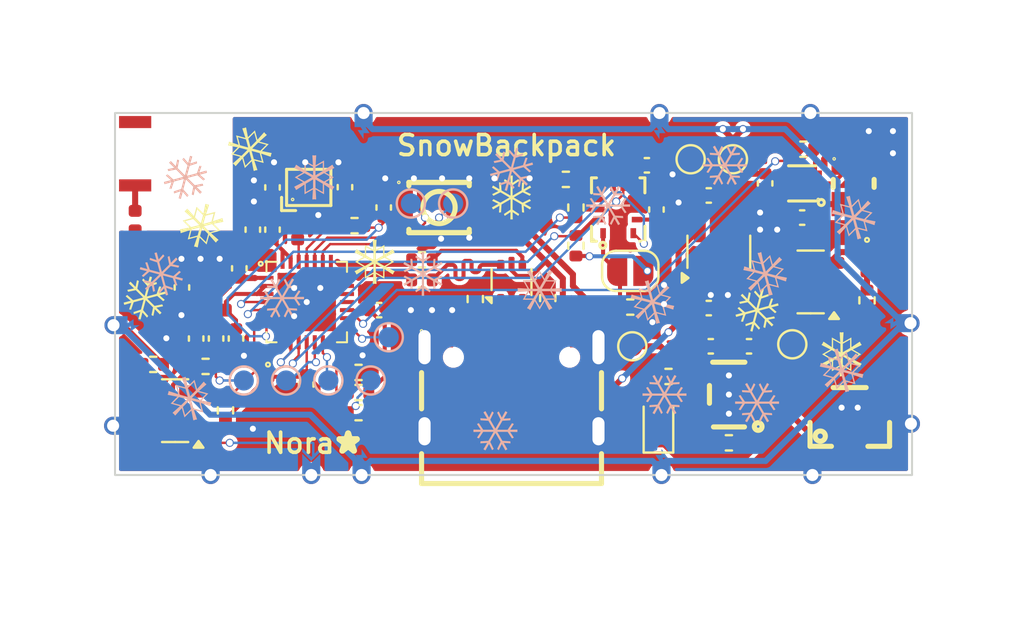
<source format=kicad_pcb>
(kicad_pcb (version 20241229) (generator "pcbnew") (generator_version "9.0")
  (layers (0 "F.Cu" signal) (2 "B.Cu" signal) (13 "F.Paste" user) (15 "B.Paste" user) (5 "F.SilkS" user "F.Silkscreen") (7 "B.SilkS" user "B.Silkscreen") (1 "F.Mask" user) (3 "B.Mask" user) (25 "Edge.Cuts" user))
  (net 0 "")
  (net 1 "XTAL_N")
  (net 2 "RGB")
  (net 3 "VDD33")
  (net 4 "SDO")
  (net 5 "Net-(C9-Pad1)")
  (net 6 "CC2")
  (net 7 "Net-(AE1-PCB_Trace)")
  (net 8 "CHIP_EN")
  (net 10 "CC1")
  (net 11 "GPIO9")
  (net 12 "VIN")
  (net 14 "Net-(C1-Pad1)")
  (net 15 "Net-(D1-A)")
  (net 16 "Net-(U1-U0RXD)")
  (net 18 "GPIO2")
  (net 19 "GND")
  (net 20 "XTAL_P")
  (net 21 "Net-(U1-GPIO19)")
  (net 22 "ANT")
  (net 23 "VDD5")
  (net 24 "VBAT")
  (net 25 "Net-(U3-SW)")
  (net 26 "Net-(U1-GPIO18)")
  (net 28 "Net-(D1-K)")
  (net 29 "Net-(F1-Pad2)")
  (net 30 "SDA")
  (net 31 "Net-(U5-PROG)")
  (net 32 "VCCUSB")
  (net 33 "GPIO8")
  (net 34 "Net-(U1-U0TXD)")
  (net 35 "5VEN")
  (net 36 "Net-(U1-MTCK)")
  (net 38 "Net-(U1-MTDO)")
  (net 39 "SCL")
  (net 40 "INT1")
  (net 41 "INT2")
  (net 43 "Net-(U8-CS)")
  (net 44 "VCCUSBC")
  (net 47 "Net-(C13-Pad2)")
  (net 48 "Net-(JP1-B)")
  (net 52 "USBD+")
  (net 53 "USBD-")
  (net 54 "USBCD+")
  (net 55 "USBCD-")
  (footprint "Resistor_SMD:R_0402_1005Metric" (layer "F.Cu") (at 89.35 89.3 180)
    (property "Reference" "R8" (hide yes))
    (property "Value" "0")
  )
  (footprint "Resistor_SMD:R_0402_1005Metric" (layer "F.Cu") (at 92 91.25 90)
    (property "Reference" "R11" (hide yes))
    (property "Value" "5.1k")
  )
  (footprint "Jumper:SolderJumper-2_P1.3mm_Open_RoundedPad1.0x1.5mm" (layer "F.Cu") (at 99.7 89.85 180)
    (property "Reference" "JP2" (hide yes))
    (property "Value" "SolderJumper_2_Open")
  )
  (footprint "Custom:TSOT-23-5_L2.9-W1.6-P0.95-LS2.8-BR" (layer "F.Cu") (at 104.6 96)
    (property "Reference" "U5" (hide yes))
    (property "Value" "TP4054_C668215")
  )
  (footprint "Capacitor_SMD:C_0402_1005Metric" (layer "F.Cu") (at 81.924994 87.8 90)
    (property "Reference" "C4" (hide yes))
    (property "Value" "1u")
  )
  (footprint "Capacitor_SMD:C_0402_1005Metric" (layer "F.Cu") (at 103.599999 86.1 180)
    (property "Reference" "C19" (hide yes))
    (property "Value" "1u")
  )
  (footprint "Fuse:Fuse_0402_1005Metric" (layer "F.Cu") (at 93.8 87.55)
    (property "Reference" "F2" (hide yes))
    (property "Value" "2A")
  )
  (footprint "Capacitor_SMD:C_0402_1005Metric" (layer "F.Cu") (at 80.111517 93.214213 -90)
    (property "Reference" "C9" (hide yes))
    (property "Value" "1u")
  )
  (footprint "Inductor_SMD:L_0402_1005Metric" (layer "F.Cu") (at 83.174994 87.8 -90)
    (property "Reference" "L1" (hide yes))
    (property "Value" "24n")
  )
  (footprint "Resistor_SMD:R_0402_1005Metric" (layer "F.Cu") (at 76 94.5 180)
    (property "Reference" "R3" (hide yes))
    (property "Value" "10k")
  )
  (footprint "Resistor_SMD:R_0402_1005Metric" (layer "F.Cu") (at 78.6 94.6 180)
    (property "Reference" "R7" (hide yes))
    (property "Value" "10k")
  )
  (footprint "Custom:flake1" (layer "F.Cu") (at 93.8 86.2)
    (property "Reference" "G***" (hide yes))
    (property "Value" "LOGO" (hide yes))
  )
  (footprint "Resistor_SMD:R_0402_1005Metric" (layer "F.Cu") (at 104.6 98.4)
    (property "Reference" "R4" (hide yes))
    (property "Value" "5k")
  )
  (footprint "Capacitor_SMD:C_0402_1005Metric" (layer "F.Cu") (at 80.946378 87.8 90)
    (property "Reference" "C3" (hide yes))
    (property "Value" "10n")
  )
  (footprint "Custom:flake2" (layer "F.Cu") (at 78.4 87.6 45)
    (property "Reference" "G***" (hide yes))
    (property "Value" "LOGO" (hide yes))
  )
  (footprint "Resistor_SMD:R_0402_1005Metric" (layer "F.Cu") (at 79.587495 96.787499 90)
    (property "Reference" "R2" (hide yes))
    (property "Value" "10k")
  )
  (footprint "Resistor_SMD:R_0402_1005Metric" (layer "F.Cu") (at 86.2 94.9)
    (property "Reference" "R14" (hide yes))
    (property "Value" "10k")
  )
  (footprint "Custom:flake1" (layer "F.Cu") (at 75.6 91.2 -135)
    (property "Reference" "G***" (hide yes))
    (property "Value" "LOGO" (hide yes))
  )
  (footprint "Fuse:Fuse_0402_1005Metric" (layer "F.Cu") (at 107.6 96 -90)
    (property "Reference" "F1" (hide yes))
    (property "Value" "1A")
  )
  (footprint "Resistor_SMD:R_0402_1005Metric" (layer "F.Cu") (at 86.2 96.899998)
    (property "Reference" "R12" (hide yes))
    (property "Value" "10k")
  )
  (footprint "Resistor_SMD:R_0402_1005Metric" (layer "F.Cu") (at 97 86.700127 -90)
    (property "Reference" "R17" (hide yes))
    (property "Value" "10k")
  )
  (footprint "Diode_SMD:D_0402_1005Metric" (layer "F.Cu") (at 111.4625 89.4 -90)
    (property "Reference" "D4" (hide yes))
    (property "Value" "D_Schottky")
  )
  (footprint "Package_TO_SOT_SMD:SOT-23" (layer "F.Cu") (at 108.6625 90.4 180)
    (property "Reference" "Q2" (hide yes))
    (property "Value" "IRLML6401")
  )
  (footprint "Inductor_SMD:L_0402_1005Metric" (layer "F.Cu") (at 75.1 87.35 -90)
    (property "Reference" "L5" (hide yes))
    (property "Value" "8.2n")
  )
  (footprint "Capacitor_SMD:C_0402_1005Metric" (layer "F.Cu") (at 87.45 86.7 90)
    (property "Reference" "C2" (hide yes))
    (property "Value" "1u")
  )
  (footprint "Capacitor_SMD:C_0402_1005Metric" (layer "F.Cu") (at 80.274994 89.725 -90)
    (property "Reference" "C12" (hide yes))
    (property "Value" "1.8p")
  )
  (footprint "Capacitor_SMD:C_0402_1005Metric" (layer "F.Cu") (at 103.7 93.600001 180)
    (property "Reference" "C16" (hide yes))
    (property "Value" "10u")
  )
  (footprint "Inductor_SMD:L_0402_1005Metric" (layer "F.Cu") (at 78.838724 90.225)
    (property "Reference" "L3" (hide yes))
    (property "Value" "2.7n")
  )
  (footprint "Package_TO_SOT_SMD:SOT-666" (layer "F.Cu") (at 93.8 90.4 90)
    (property "Reference" "U2" (hide yes))
    (property "Value" "USBLC6-2P6")
  )
  (footprint "Resistor_SMD:R_0402_1005Metric" (layer "F.Cu") (at 108.300001 83.8)
    (property "Reference" "R15" (hide yes))
    (property "Value" "10k")
  )
  (footprint "Capacitor_SMD:C_0402_1005Metric" (layer "F.Cu") (at 108.240184 87.2)
    (property "Reference" "C14" (hide yes))
    (property "Value" "10u")
  )
  (footprint "Capacitor_SMD:C_0402_1005Metric" (layer "F.Cu") (at 85.524994 85.688961 -90)
    (property "Reference" "C20" (hide yes))
    (property "Value" "22p")
  )
  (footprint "Resistor_SMD:R_0402_1005Metric" (layer "F.Cu") (at 101.6 95.1 180)
    (property "Reference" "R1" (hide yes))
    (property "Value" "330")
  )
  (footprint "Capacitor_SMD:C_0402_1005Metric" (layer "F.Cu") (at 106.4 85.5 -90)
    (property "Reference" "C15" (hide yes))
    (property "Value" "10u")
  )
  (footprint "Resistor_SMD:R_0402_1005Metric" (layer "F.Cu") (at 111.462501 91.314999 90)
    (property "Reference" "R5" (hide yes))
    (property "Value" "10k")
  )
  (footprint "Capacitor_SMD:C_0402_1005Metric" (layer "F.Cu") (at 101 86.8 90)
    (property "Reference" "C7" (hide yes))
    (property "Value" "100n")
  )
  (footprint "Custom:CW324S" (layer "F.Cu") (at 75.1 82.45 -90)
    (property "Reference" "AE1" (hide yes))
    (property "Value" "Ceramic")
  )
  (footprint "Resistor_SMD:R_0402_1005Metric" (layer "F.Cu") (at 86 87.6)
    (property "Reference" "R6" (hide yes))
    (property "Value" "10k")
  )
  (footprint "Capacitor_SMD:C_0402_1005Metric" (layer "F.Cu") (at 105.6 93.6)
    (property "Reference" "C17" (hide yes))
    (property "Value" "220n")
  )
  (footprint "Custom:flake2" (layer "F.Cu") (at 87 89.4 180)
    (property "Reference" "G***" (hide yes))
    (property "Value" "LOGO" (hide yes))
  )
  (footprint "Custom:IND-SMD_L2.5-W2.0" (layer "F.Cu") (at 110.8 85.499949 -90)
    (property "Reference" "L4" (hide yes))
    (property "Value" "1u")
  )
  (footprint "LED_SMD:LED_0603_1608Metric" (layer "F.Cu") (at 101.1 97.4 90)
    (property "Reference" "D1" (hide yes))
    (property "Value" "LED")
  )
  (footprint "TestPoint:TestPoint_Pad_D1.0mm" (layer "F.Cu") (at 102.7 84.3)
    (property "Reference" "TP10" (hide yes))
    (property "Value" "TestPoint")
  )
  (footprint "Package_TO_SOT_SMD:SOT-23" (layer "F.Cu") (at 77.087494 96.8 180)
    (property "Reference" "Q1" (hide yes))
    (property "Value" "BSS138")
  )
  (footprint "Custom:SOT-563-6_L1.6-W1.2-P0.50-LS1.6-BL" (layer "F.Cu") (at 108.240183 85.499949 90)
    (property "Reference" "U3" (hide yes))
    (property "Value" "TPS61299DRLR")
  )
  (footprint "Capacitor_SMD:C_0402_1005Metric" (layer "F.Cu") (at 81.924994 85.7 90)
    (property "Reference" "C1" (hide yes))
    (property "Value" "22p")
  )
  (footprint "Capacitor_SMD:C_0402_1005Metric" (layer "F.Cu") (at 83.6 95.5 90)
    (property "Reference" "C8" (hide yes))
    (property "Value" "100n")
  )
  (footprint "Package_TO_SOT_SMD:SOT-23-5" (layer "F.Cu") (at 104.1 88.9 90)
    (property "Reference" "U4" (hide yes))
    (property "Value" "ME6211C33M5")
  )
  (footprint "Custom:CRYSTAL-SMD_4P-L1.6-W1.2-BL" (layer "F.Cu") (at 83.724994 85.7)
    (property "Reference" "Y1" (hide yes))
    (property "Value" "HD 7E040000M01")
  )
  (footprint "Custom:flake1" (layer "F.Cu") (at 106 91.8 -135)
    (property "Reference" "G***" (hide yes))
    (property "Value" "LOGO" (hide yes))
  )
  (footprint "Inductor_SMD:L_0402_1005Metric" (layer "F.Cu") (at 79.121567 91.8)
    (property "Reference" "L2" (hide yes))
    (property "Value" "2n")
  )
  (footprint "TestPoint:TestPoint_Pad_D1.0mm" (layer "F.Cu") (at 99.8 93.6)
    (property "Reference" "TP13" (hide yes))
    (property "Value" "TestPoint")
  )
  (footprint "Capacitor_SMD:C_0402_1005Metric" (layer "F.Cu") (at 103.599999 91.7)
    (property "Reference" "C18" (hide yes))
    (property "Value" "1u")
  )
  (footprint "Capacitor_SMD:C_0402_1005Metric" (layer "F.Cu") (at 87.224994 91.8 180)
    (property "Reference" "C5" (hide yes))
    (property "Value" "100n")
  )
  (footprint "Resistor_SMD:R_0402_1005Metric" (layer "F.Cu") (at 97 88.600127 90)
    (property "Reference" "R16" (hide yes))
    (property "Value" "10k")
  )
  (footprint "Custom:QFN-28_L4.0-W4.0-P0.40-TL-EP2.7" (layer "F.Cu") (at 83.624994 91.4)
    (property "Reference" "U1" (hide yes))
    (property "Value" "ESP8685H4")
  )
  (footprint "Capacitor_SMD:C_0402_1005Metric" (layer "F.Cu") (at 100.525019 84.600128)
    (property "Reference" "C6" (hide yes))
    (property "Value" "100n")
  )
  (footprint "TestPoint:TestPoint_Pad_D1.0mm" (layer "F.Cu") (at 104.8 84.3)
    (property "Reference" "TP11" (hide yes))
    (property "Value" "TestPoint")
  )
  (footprint "Resistor_SMD:R_0402_1005Metric" (layer "F.Cu") (at 99.7 91.65)
    (property "Reference" "R19" (hide yes))
    (property "Value" "10k")
  )
  (footprint "Diode_SMD:D_0402_1005Metric" (layer "F.Cu") (at 81.7 95.6 -90)
    (property "Reference" "D2" (hide yes))
    (property "Value" "PTVS5V0Z1USK")
  )
  (footprint "Capacitor_SMD:C_0402_1005Metric" (layer "F.Cu") (at 78.131618 93.214213 -90)
    (property "Reference" "C11" (hide yes))
    (property "Value" "10u")
  )
  (footprint "Custom:CONN-SMD_2P-P0.80_JUSHUO_AFC08-S02QCA-00" (layer "F.Cu") (at 110.6 97.3 180)
    (property "Reference" "U7" (hide yes))
    (property "Value" "AFC08-S02QCA-00")
  )
  (footprint "Resistor_SMD:R_0402_1005Metric" (layer "F.Cu") (at 86.2 95.9)
    (property "Reference" "R13" (hide yes))
    (property "Value" "10k")
  )
  (footprint "Custom:flake2" (layer "F.Cu") (at 80.8 83.8 135)
    (property "Reference" "G***" (hide yes))
    (property "Value" "LOGO" (hide yes))
  )
  (footprint "Resistor_SMD:R_0402_1005Metric" (layer "F.Cu") (at 95.6 91.2 90)
    (property "Reference" "R10" (hide yes))
    (property "Value" "5.1k")
  )
  (footprint "TestPoint:TestPoint_Pad_D1.0mm" (layer "F.Cu") (at 107.75 93.5)
    (property "Reference" "TP12" (hide yes))
    (property "Value" "TestPoint")
  )
  (footprint "Custom:flake2" (layer "F.Cu") (at 110.2 94 180)
    (property "Reference" "G***" (hide yes))
    (property "Value" "LOGO" (hide yes))
  )
  (footprint "Resistor_SMD:R_0402_1005Metric" (layer "F.Cu") (at 89.35 90.299998 180)
    (property "Reference" "R9" (hide yes))
    (property "Value" "0")
  )
  (footprint "Capacitor_SMD:C_0402_1005Metric" (layer "F.Cu") (at 77.424509 90.675 90)
    (property "Reference" "C13" (hide yes))
    (property "Value" "1.8p")
  )
  (footprint "Custom:USB-C-SMD_XUNPU_TYPEC-304A-ACP16L" (layer "F.Cu") (at 93.8 95.452508)
    (property "Reference" "U11" (hide yes))
    (property "Value" "TYPEC-304A-ACP16L")
  )
  (footprint "Capacitor_SMD:C_0402_1005Metric" (layer "F.Cu") (at 79.121567 93.214211 -90)
    (property "Reference" "C10" (hide yes))
    (property "Value" "100n")
  )
  (footprint "Custom:LGA-14L_L3.0-W2.5-P0.50-TL" (layer "F.Cu") (at 99.1 86.800127 90)
    (property "Reference" "U8" (hide yes))
    (property "Value" "LSM6DSOWTR")
  )
  (footprint "Resistor_SMD:R_0402_1005Metric" (layer "F.Cu") (at 96.5 85.300127)
    (property "Reference" "R18" (hide yes))
    (property "Value" "10k")
  )
  (footprint "Custom:KEY-SMD_B3U-1000PM" (layer "F.Cu") (at 90.2 86.7)
    (property "Reference" "SW1" (hide yes))
    (property "Value" "SW_Push")
  )
  (footprint "Custom:flake1" (layer "B.Cu") (at 89.4 90 180)
    (property "Reference" "G***" (hide yes))
    (property "Value" "LOGO" (hide yes))
  )
  (footprint "Custom:flake1" (layer "B.Cu") (at 76.4 90 -45)
    (property "Reference" "G***" (hide yes))
    (property "Value" "LOGO" (hide yes))
  )
  (footprint "Custom:flake2" (layer "B.Cu") (at 110.2 94.8 -45)
    (property "Reference" "G***" (hide yes))
    (property "Value" "LOGO" (hide yes))
  )
  (footprint "Custom:flake2" (layer "B.Cu") (at 100.8 91.4 -45)
    (property "Reference" "G***" (hide yes))
    (property "Value" "LOGO" (hide yes))
  )
  (footprint "Custom:matrix-pad-gn" (layer "B.Cu") (at 108.7 99.4 90)
    (property "Reference" "J13" (hide yes))
    (property "Value" "Conn_01x01_Pin")
  )
  (footprint "TestPoint:TestPoint_Pad_D1.0mm" (layer "B.Cu") (at 86.8 95.3 180)
    (property "Reference" "TP15" (hide yes))
    (property "Value" "TestPoint")
  )
  (footprint "Custom:matrix-pad-vcc" (layer "B.Cu") (at 101.2 99.4 90)
    (property "Reference" "J9" (hide yes))
    (property "Value" "Conn_01x01_Pin")
  )
  (footprint "Custom:matrix-pad-gn" (layer "B.Cu") (at 108.7 82.6 -90)
    (property "Reference" "J11" (hide yes))
    (property "Value" "Conn_01x01_Pin")
  )
  (footprint "Custom:flake1" (layer "B.Cu") (at 93.8 84.8 -135)
    (property "Reference" "G***" (hide yes))
    (property "Value" "LOGO" (hide yes))
  )
  (footprint "Custom:flake1" (layer "B.Cu") (at 77.6 85.2 -135)
    (property "Reference" "G***" (hide yes))
    (property "Value" "LOGO" (hide yes))
  )
  (footprint "Custom:flake2" (layer "B.Cu") (at 95.2 90.8 90)
    (property "Reference" "G***" (hide yes))
    (property "Value" "LOGO" (hide yes))
  )
  (footprint "TestPoint:TestPoint_Pad_D1.0mm" (layer "B.Cu") (at 87.7 93.15 180)
    (property "Reference" "TP16" (hide yes))
    (property "Value" "TestPoint")
  )
  (footprint "TestPoint:TestPoint_Pad_D1.0mm" (layer "B.Cu") (at 84.7 95.3 180)
    (property "Reference" "TP6" (hide yes))
    (property "Value" "TestPoint")
  )
  (footprint "Custom:matrix-pad-vcc" (layer "B.Cu") (at 113.025025 92.5 180)
    (property "Reference" "J6" (hide yes))
    (property "Value" "Conn_01x01_Pin")
  )
  (footprint "Custom:matrix-pad-gn" (layer "B.Cu") (at 78.8 99.4 90)
    (property "Reference" "J4" (hide yes))
    (property "Value" "Conn_01x01_Pin")
  )
  (footprint "Custom:flake2" (layer "B.Cu") (at 84 85.2)
    (property "Reference" "G***" (hide yes))
    (property "Value" "LOGO" (hide yes))
  )
  (footprint "Custom:flake1" (layer "B.Cu") (at 101.4 96 -90)
    (property "Reference" "G***" (hide yes))
    (property "Value" "LOGO" (hide yes))
  )
  (footprint "Custom:matrix-pad-vcc" (layer "B.Cu") (at 101.2 82.6 -90)
    (property "Reference" "J7" (hide yes))
    (property "Value" "Conn_01x01_Pin")
  )
  (footprint "Custom:flake1" (layer "B.Cu") (at 82.4 91.2 -90)
    (property "Reference" "G***" (hide yes))
    (property "Value" "LOGO" (hide yes))
  )
  (footprint "Custom:matrix-pad-vcc" (layer "B.Cu") (at 74.624975 92.5)
    (property "Reference" "J3" (hide yes))
    (property "Value" "Conn_01x01_Pin")
  )
  (footprint "Custom:matrix-pad-gn" (layer "B.Cu") (at 74.60475 97.5)
    (property "Reference" "J2" (hide yes))
    (property "Value" "Conn_01x01_Pin")
  )
  (footprint "Custom:flake2" (layer "B.Cu") (at 77.8 96.2 135)
    (property "Reference" "G***" (hide yes))
    (property "Value" "LOGO" (hide yes))
  )
  (footprint "Custom:flake1" (layer "B.Cu") (at 104.4 84.6 -90)
    (property "Reference" "G***" (hide yes))
    (property "Value" "LOGO" (hide yes))
  )
  (footprint "Custom:matrix-pad-vcc" (layer "B.Cu") (at 86.5 82.6 -90)
    (property "Reference" "J8" (hide yes))
    (property "Value" "Conn_01x01_Pin")
  )
  (footprint "Custom:flake1" (layer "B.Cu") (at 98.6 86.6 -90)
    (property "Reference" "G***" (hide yes))
    (property "Value" "LOGO" (hide yes))
  )
  (footprint "TestPoint:TestPoint_Pad_D1.0mm" (layer "B.Cu") (at 90.9 86.5 180)
    (property "Reference" "TP9" (hide yes))
    (property "Value" "TestPoint")
  )
  (footprint "TestPoint:TestPoint_Pad_D1.0mm" (layer "B.Cu") (at 82.6 95.3 180)
    (property "Reference" "TP5" (hide yes))
    (property "Value" "TestPoint")
  )
  (footprint "Custom:flake2" (layer "B.Cu") (at 106.4 90 -45)
    (property "Reference" "G***" (hide yes))
    (property "Value" "LOGO" (hide yes))
  )
  (footprint "Custom:matrix-pad-gn" (layer "B.Cu") (at 113.04525 97.5 180)
    (property "Reference" "J10" (hide yes))
    (property "Value" "Conn_01x01_Pin")
  )
  (footprint "Custom:flake1" (layer "B.Cu") (at 106 96.4 -90)
    (property "Reference" "G***" (hide yes))
    (property "Value" "LOGO" (hide yes))
  )
  (footprint "TestPoint:TestPoint_Pad_D1.0mm" (layer "B.Cu") (at 88.8 86.5 180)
    (property "Reference" "TP8" (hide yes))
    (property "Value" "TestPoint")
  )
  (footprint "Custom:flake2" (layer "B.Cu") (at 110.8 87.2 -45)
    (property "Reference" "G***" (hide yes))
    (property "Value" "LOGO" (hide yes))
  )
  (footprint "Custom:matrix-pad-vcc" (layer "B.Cu") (at 86.3 99.4 90)
    (property "Reference" "J5" (hide yes))
    (property "Value" "Conn_01x01_Pin")
  )
  (footprint "Custom:flake1" (layer "B.Cu") (at 93 97.8 -90)
    (property "Reference" "G***" (hide yes))
    (property "Value" "LOGO" (hide yes))
  )
  (footprint "Custom:matrix-pad-dout" (layer "B.Cu") (at 83.8 99.4 90)
    (property "Reference" "JP1" (hide yes))
    (property "Value" "SolderJumper_2_Open")
  )
  (footprint "TestPoint:TestPoint_Pad_D1.0mm" (layer "B.Cu") (at 80.5 95.3 180)
    (property "Reference" "TP14" (hide yes))
    (property "Value" "TestPoint")
  )
  (gr_rect (start 74.1 82) (end 113.7 100) (stroke (width 0.1)) (fill no) (layer "Edge.Cuts"))
  (gr_text "Nora" (at 81.4 99 0) (layer "F.SilkS") (effects (font (size 1 1) (thickness 0.18) (bold yes)) (justify left bottom)))
  (gr_text "SnowBackpack" (at 88 84.2 0) (layer "F.SilkS") (effects (font (size 1 1) (thickness 0.18) (bold yes)) (justify left bottom)))
  (gr_text "⋆" (at 84.2 99.6 0) (layer "F.SilkS") (effects (font (size 3 3) (thickness 0.3)) (justify left bottom)))
  (segment (start 84.608885 85.300076) (end 84.275033 85.300076) (width 0.12) (layer "F.Cu") (net 1))
  (segment (start 83.624994 89.400254) (end 83.624994 88.739487) (width 0.12) (layer "F.Cu") (net 1))
  (segment (start 85.524994 85.208961) (end 84.366148 85.208961) (width 0.12) (layer "F.Cu") (net 1))
  (segment (start 84.901031 85.592222) (end 84.608885 85.300076) (width 0.12) (layer "F.Cu") (net 1))
  (segment (start 84.366148 85.208961) (end 84.275033 85.300076) (width 0.12) (layer "F.Cu") (net 1))
  (segment (start 83.624994 88.739487) (end 84.901031 87.46345) (width 0.12) (layer "F.Cu") (net 1))
  (segment (start 84.901031 87.46345) (end 84.901031 85.592222) (width 0.12) (layer "F.Cu") (net 1))
  (segment (start 78.024994 95.85) (end 79.159995 95.85) (width 0.12) (layer "F.Cu") (net 2))
  (segment (start 79.6225 96.2775) (end 82.425096 93.474904) (width 0.12) (layer "F.Cu") (net 2))
  (segment (start 79.159995 95.85) (end 79.587495 96.2775) (width 0.12) (layer "F.Cu") (net 2))
  (segment (start 82.425096 93.474904) (end 82.425096 93.400001) (width 0.12) (layer "F.Cu") (net 2))
  (segment (start 79.587495 96.2775) (end 79.6225 96.2775) (width 0.12) (layer "F.Cu") (net 2))
  (segment (start 100.025019 87.3) (end 100.960127 87.3) (width 0.2) (layer "F.Cu") (net 3))
  (segment (start 78.024994 97.295533) (end 76.986494 96.257033) (width 0.2) (layer "F.Cu") (net 3))
  (segment (start 100.349999 89.85) (end 101 89.199999) (width 0.2) (layer "F.Cu") (net 3))
  (segment (start 79.587495 97.227505) (end 81.7 95.115) (width 0.2) (layer "F.Cu") (net 3))
  (segment (start 78.024994 97.75) (end 79.134993 97.75) (width 0.2) (layer "F.Cu") (net 3))
  (segment (start 100.045019 84.600128) (end 100.045019 85.430216) (width 0.2) (layer "F.Cu") (net 3))
  (segment (start 80.946378 88.28) (end 80.58 88.28) (width 0.2) (layer "F.Cu") (net 3))
  (segment (start 86.5 84.55) (end 95.239874 84.55) (width 0.2) (layer "F.Cu") (net 3))
  (segment (start 97.660126 89.110126) (end 97.675 89.125) (width 0.2) (layer "F.Cu") (net 3))
  (segment (start 96.880002 86.190128) (end 95.990001 85.300127) (width 0.2) (layer "F.Cu") (net 3))
  (segment (start 103.150001 86.130002) (end 103.119999 86.1) (width 0.3) (layer "F.Cu") (net 3))
  (segment (start 81.1 83.9) (end 85.85 83.9) (width 0.2) (layer "F.Cu") (net 3))
  (segment (start 97 89.110126) (end 97.660126 89.110126) (width 0.2) (layer "F.Cu") (net 3))
  (segment (start 79.587495 97.297498) (end 79.587495 97.227505) (width 0.2) (layer "F.Cu") (net 3))
  (segment (start 100.745147 83.9) (end 102.3 83.9) (width 0.2) (layer "F.Cu") (net 3))
  (segment (start 84.211 96.30655) (end 84.2 96.31755) (width 0.2) (layer "F.Cu") (net 3))
  (segment (start 77.9 94.6) (end 78.090001 94.6) (width 0.12) (layer "F.Cu") (net 3))
  (segment (start 77.5 94.995526) (end 77.047763 95.447763) (width 0.2) (layer "F.Cu") (net 3))
  (segment (start 86.744791 91.799797) (end 86.744994 91.8) (width 0.12) (layer "F.Cu") (net 3))
  (segment (start 80.3 84.7) (end 81.1 83.9) (width 0.2) (layer "F.Cu") (net 3))
  (segment (start 84.2 96.350337) (end 85.370661 97.520998) (width 0.2) (layer "F.Cu") (net 3))
  (segment (start 78.636567 91.8) (end 78.636567 92.229264) (width 0.3) (layer "F.Cu") (net 3))
  (segment (start 78.636567 91.8) (end 78.636567 92.249211) (width 0.3) (layer "F.Cu") (net 3))
  (segment (start 85.85 83.9) (end 86.5 84.55) (width 0.2) (layer "F.Cu") (net 3))
  (segment (start 83.624994 95.044994) (end 84.2 95.62) (width 0.2) (layer "F.Cu") (net 3))
  (segment (start 87.5 92.555006) (end 87.5 95.109999) (width 0.2) (layer "F.Cu") (net 3))
  (segment (start 84.2 95.62) (end 84.2 95.64245) (width 0.2) (layer "F.Cu") (net 3))
  (segment (start 77.047763 95.447763) (end 77.895526 94.6) (width 0.2) (layer "F.Cu") (net 3))
  (segment (start 85.490001 87.409999) (end 86.5 86.4) (width 0.2) (layer "F.Cu") (net 3))
  (segment (start 78.024994 97.75) (end 78.024994 97.295533) (width 0.2) (layer "F.Cu") (net 3))
  (segment (start 100.960127 87.3) (end 101 87.260127) (width 0.2) (layer "F.Cu") (net 3))
  (segment (start 83.624994 94.995006) (end 83.6 95.02) (width 0.12) (layer "F.Cu") (net 3))
  (segment (start 76.986494 96.257033) (end 76.986494 95.509032) (width 0.2) (layer "F.Cu") (net 3))
  (segment (start 95.990001 85.300127) (end 96.69 84.600128) (width 0.2) (layer "F.Cu") (net 3))
  (segment (start 100.045019 85.430216) (end 99.850064 85.625171) (width 0.2) (layer "F.Cu") (net 3))
  (segment (start 102.1 92.4) (end 101.6 92.9) (width 0.3) (layer "F.Cu") (net 3))
  (segment (start 84.2 95.64245) (end 84.211 95.65345) (width 0.2) (layer "F.Cu") (net 3))
  (segment (start 82.824892 89.224892) (end 82.824892 89.4) (width 0.2) (layer "F.Cu") (net 3))
  (segment (start 102.7 85.680001) (end 103.119999 86.1) (width 0.3) (layer "F.Cu") (net 3))
  (segment (start 84.211 95.65345) (end 84.211 96.30655) (width 0.2) (layer "F.Cu") (net 3))
  (segment (start 81.924994 88.28) (end 80.946378 88.28) (width 0.2) (layer "F.Cu") (net 3))
  (segment (start 103.150001 87.7625) (end 102.1 88.812501) (width 0.3) (layer "F.Cu") (net 3))
  (segment (start 96.69 84.600128) (end 100.045019 84.600128) (width 0.2) (layer "F.Cu") (net 3))
  (segment (start 84.2 96.31755) (end 84.2 96.350337) (width 0.2) (layer "F.Cu") (net 3))
  (segment (start 87.409997 96.2) (end 86.709999 96.899998) (width 0.3) (layer "F.Cu") (net 3))
  (segment (start 82.425096 88.825096) (end 82.425096 89.399999) (width 0.2) (layer "F.Cu") (net 3))
  (segment (start 78.636567 92.229264) (end 78.131618 92.734213) (width 0.3) (layer "F.Cu") (net 3))
  (segment (start 78.636567 92.249211) (end 79.121567 92.734211) (width 0.3) (layer "F.Cu") (net 3))
  (segment (start 81.924994 88.324994) (end 81.924994 88.28) (width 0.2) (layer "F.Cu") (net 3))
  (segment (start 102.7 84.3) (end 102.7 85.680001) (width 0.3) (layer "F.Cu") (net 3))
  (segment (start 102.1 89.1) (end 102.1 92.4) (width 0.3) (layer "F.Cu") (net 3))
  (segment (start 101 89.199999) (end 101 87.260127) (width 0.2) (layer "F.Cu") (net 3))
  (segment (start 97 86.190128) (end 96.880002 86.190128) (width 0.2) (layer "F.Cu") (net 3))
  (segment (start 79.134993 97.75) (end 79.587495 97.297498) (width 0.2) (layer "F.Cu") (net 3))
  (segment (start 85.490001 87.8) (end 85.490001 87.409999) (width 0.2) (layer "F.Cu") (net 3))
  (segment (start 80.3 88) (end 80.3 84.7) (width 0.2) (layer "F.Cu") (net 3))
  (segment (start 82.425096 88.825096) (end 81.924994 88.324994) (width 0.2) (layer "F.Cu") (net 3))
  (segment (start 85.370661 97.520998) (end 86.088999 97.520998) (width 0.2) (layer "F.Cu") (net 3))
  (segment (start 86.709999 96.899998) (end 86.709999 95.9) (width 0.2) (layer "F.Cu") (net 3))
  (segment (start 86.5 86.4) (end 86.5 84.55) (width 0.2) (layer "F.Cu") (net 3))
  (segment (start 99.3 95.2) (end 98.3 96.2) (width 0.3) (layer "F.Cu") (net 3))
  (segment (start 98.3 96.2) (end 87.409997 96.2) (width 0.3) (layer "F.Cu") (net 3))
  (segment (start 77.895526 94.6) (end 78.090001 94.6) (width 0.2) (layer "F.Cu") (net 3))
  (segment (start 76.986494 95.509032) (end 77.047763 95.447763) (width 0.2) (layer "F.Cu") (net 3))
  (segment (start 103.150001 87.7625) (end 103.150001 86.130002) (width 0.3) (layer "F.Cu") (net 3))
  (segment (start 83.624994 93.399238) (end 83.624994 94.995006) (width 0.12) (layer "F.Cu") (net 3))
  (segment (start 102.647628 87.260127) (end 103.150001 87.7625) (width 0.3) (layer "F.Cu") (net 3))
  (segment (start 82.37644 89.351343) (end 82.374255 89.34916) (width 0.1) (layer "F.Cu") (net 3))
  (segment (start 82.425096 88.825096) (end 82.824892 89.224892) (width 0.2) (layer "F.Cu") (net 3))
  (segment (start 95.990001 85.300127) (end 95.239874 84.55) (width 0.2) (layer "F.Cu") (net 3))
  (segment (start 101 87.260127) (end 102.647628 87.260127) (width 0.3) (layer "F.Cu") (net 3))
  (segment (start 85.624994 91.799797) (end 86.744791 91.799797) (width 0.12) (layer "F.Cu") (net 3))
  (segment (start 102.3 83.9) (end 102.7 84.3) (width 0.2) (layer "F.Cu") (net 3))
  (segment (start 81.7 95.115) (end 83.505 95.115) (width 0.2) (layer "F.Cu") (net 3))
  (segment (start 80.58 88.28) (end 80.3 88) (width 0.2) (layer "F.Cu") (net 3))
  (segment (start 86.744994 91.8) (end 87.5 92.555006) (width 0.2) (layer "F.Cu") (net 3))
  (segment (start 83.505 95.115) (end 83.624994 94.995006) (width 0.2) (layer "F.Cu") (net 3))
  (segment (start 100.045019 84.600128) (end 100.745147 83.9) (width 0.2) (layer "F.Cu") (net 3))
  (segment (start 86.088999 97.520998) (end 86.709999 96.899998) (width 0.2) (layer "F.Cu") (net 3))
  (segment (start 77.5 93.365831) (end 77.5 94.995526) (width 0.2) (layer "F.Cu") (net 3))
  (segment (start 87.5 95.109999) (end 86.709999 95.9) (width 0.2) (layer "F.Cu") (net 3))
  (segment (start 83.624994 93.399238) (end 83.6 93.424232) (width 0.12) (layer "F.Cu") (net 3))
  (segment (start 78.131618 92.734213) (end 77.5 93.365831) (width 0.2) (layer "F.Cu") (net 3))
  (segment (start 82.091416 88.225101) (end 82.080082 88.213768) (width 0.1) (layer "F.Cu") (net 3))
  (segment (start 102.1 88.812501) (end 102.1 89.1) (width 0.3) (layer "F.Cu") (net 3))
  (via (at 101.6 92.9) (size 0.4) (drill 0.3) (layers "F.Cu" "B.Cu") (net 3))
  (via (at 97.675 89.125) (size 0.4) (drill 0.3) (layers "F.Cu" "B.Cu") (net 3))
  (via (at 100.55 89.85) (size 0.4) (drill 0.3) (layers "F.Cu" "B.Cu") (net 3))
  (via (at 99.3 95.2) (size 0.4) (drill 0.3) (layers "F.Cu" "B.Cu") (net 3))
  (segment (start 99.825 89.125) (end 100.55 89.85) (width 0.2) (layer "B.Cu") (net 3))
  (segment (start 97.675 89.125) (end 99.825 89.125) (width 0.2) (layer "B.Cu") (net 3))
  (segment (start 101.6 92.9) (end 99.3 95.2) (width 0.3) (layer "B.Cu") (net 3))
  (segment (start 98.349936 87.975083) (end 98.349936 89.149935) (width 0.2) (layer "F.Cu") (net 4))
  (segment (start 99.190001 89.99) (end 99.050001 89.85) (width 0.2) (layer "F.Cu") (net 4))
  (segment (start 99.190001 91.65) (end 99.190001 89.99) (width 0.2) (layer "F.Cu") (net 4))
  (segment (start 98.349936 89.149935) (end 99.050001 89.85) (width 0.2) (layer "F.Cu") (net 4))
  (segment (start 81.15 90.997984) (end 81.546882 90.601102) (width 0.2) (layer "F.Cu") (net 5))
  (segment (start 81.546882 90.601102) (end 81.573898 90.601102) (width 0.2) (layer "F.Cu") (net 5))
  (segment (start 81.15 90.997984) (end 81.624994 90.997984) (width 0.2) (layer "F.Cu") (net 5))
  (segment (start 80.111517 92.30495) (end 79.606567 91.8) (width 0.2) (layer "F.Cu") (net 5))
  (segment (start 79.606567 91.393433) (end 80.002016 90.997984) (width 0.2) (layer "F.Cu") (net 5))
  (segment (start 80.111517 92.734213) (end 80.111517 92.30495) (width 0.2) (layer "F.Cu") (net 5))
  (segment (start 79.606567 91.8) (end 79.606567 91.393433) (width 0.2) (layer "F.Cu") (net 5))
  (segment (start 80.002016 90.997984) (end 81.15 90.997984) (width 0.2) (layer "F.Cu") (net 5))
  (segment (start 95.550064 93.080016) (end 95.550064 91.759935) (width 0.2) (layer "F.Cu") (net 6))
  (segment (start 95.550064 91.759935) (end 95.6 91.709999) (width 0.2) (layer "F.Cu") (net 6))
  (segment (start 75.1 86.865) (end 75.1 85.599999) (width 0.3) (layer "F.Cu") (net 7))
  (segment (start 87.5 87.23) (end 87.45 87.18) (width 0.12) (layer "F.Cu") (net 8))
  (segment (start 81.624993 92.599898) (end 81.624993 93.075007) (width 0.12) (layer "F.Cu") (net 8))
  (segment (start 87.5 87.4) (end 87.5 87.23) (width 0.12) (layer "F.Cu") (net 8))
  (segment (start 81.624993 93.075007) (end 81.6 93.1) (width 0.12) (layer "F.Cu") (net 8))
  (segment (start 86.609999 87.7) (end 86.509999 87.8) (width 0.12) (layer "F.Cu") (net 8))
  (segment (start 87.2 87.7) (end 86.609999 87.7) (width 0.12) (layer "F.Cu") (net 8))
  (segment (start 88.019999 87.18) (end 88.499999 86.7) (width 0.12) (layer "F.Cu") (net 8))
  (segment (start 87.45 87.18) (end 88.019999 87.18) (width 0.12) (layer "F.Cu") (net 8))
  (segment (start 87.2 87.7) (end 87.5 87.4) (width 0.12) (layer "F.Cu") (net 8))
  (via (at 87.2 87.7) (size 0.4) (drill 0.3) (layers "F.Cu" "B.Cu") (net 8))
  (via (at 81.6 93.1) (size 0.4) (drill 0.3) (layers "F.Cu" "B.Cu") (net 8))
  (segment (start 86.6 88.3) (end 82.6 88.3) (width 0.12) (layer "B.Cu") (net 8))
  (segment (start 87.2 87.7) (end 86.6 88.3) (width 0.12) (layer "B.Cu") (net 8))
  (segment (start 80.8 93.1) (end 81.6 93.1) (width 0.12) (layer "B.Cu") (net 8))
  (segment (start 79.7 91.2) (end 79.7 92) (width 0.12) (layer "B.Cu") (net 8))
  (segment (start 79.7 92) (end 80.8 93.1) (width 0.12) (layer "B.Cu") (net 8))
  (segment (start 82.6 88.3) (end 79.7 91.2) (width 0.12) (layer "B.Cu") (net 8))
  (segment (start 92.550064 93.080016) (end 92.550064 92.310063) (width 0.2) (layer "F.Cu") (net 10))
  (segment (start 92.550064 92.310063) (end 92 91.759999) (width 0.2) (layer "F.Cu") (net 10))
  (segment (start 85.624995 92.599898) (end 85.624995 94.810001) (width 0.12) (layer "F.Cu") (net 11))
  (segment (start 85.749898 92.599898) (end 86.375 93.225) (width 0.12) (layer "F.Cu") (net 11))
  (segment (start 85.624995 92.599898) (end 85.749898 92.599898) (width 0.12) (layer "F.Cu") (net 11))
  (segment (start 85.690001 94.9) (end 85.690001 95.9) (width 0.12) (layer "F.Cu") (net 11))
  (via (at 86.375 93.225) (size 0.4) (drill 0.3) (layers "F.Cu" "B.Cu") (net 11))
  (segment (start 86.375 93.225) (end 86.45 93.15) (width 0.12) (layer "B.Cu") (net 11))
  (segment (start 86.45 93.15) (end 87.7 93.15) (width 0.12) (layer "B.Cu") (net 11))
  (segment (start 103.150001 91.669998) (end 103.119999 91.7) (width 0.3) (layer "F.Cu") (net 12))
  (segment (start 108.720184 87.2) (end 108.720184 88.570184) (width 0.3) (layer "F.Cu") (net 12))
  (segment (start 105.049999 89.612321) (end 105.049999 90.0375) (width 0.3) (layer "F.Cu") (net 12))
  (segment (start 103.501002 89.024) (end 104.461678 89.024) (width 0.3) (layer "F.Cu") (net 12))
  (segment (start 103.150001 90.0375) (end 103.150001 91.669998) (width 0.3) (layer "F.Cu") (net 12))
  (segment (start 104.461678 89.024) (end 105.049999 89.612321) (width 0.3) (layer "F.Cu") (net 12))
  (segment (start 103.150001 90.0375) (end 103.150001 89.375001) (width 0.3) (layer "F.Cu") (net 12))
  (segment (start 106.517315 88.570184) (end 108.720184 88.570184) (width 0.3) (layer "F.Cu") (net 12))
  (segment (start 110.8 86.528143) (end 109.408306 86.528143) (width 0.3) (layer "F.Cu") (net 12))
  (segment (start 109.6 89.45) (end 110.135 88.915) (width 0.3) (layer "F.Cu") (net 12))
  (segment (start 108.720184 87.2) (end 108.736449 87.2) (width 0.3) (layer "F.Cu") (net 12))
  (segment (start 108.736449 87.2) (end 109.408306 86.528143) (width 0.3) (layer "F.Cu") (net 12))
  (segment (start 108.720184 88.570184) (end 109.6 89.45) (width 0.3) (layer "F.Cu") (net 12))
  (segment (start 105.049999 90.0375) (end 106.517315 88.570184) (width 0.3) (layer "F.Cu") (net 12))
  (segment (start 109.408306 86.528143) (end 108.880163 86) (width 0.3) (layer "F.Cu") (net 12))
  (segment (start 110.135 88.915) (end 111.4625 88.915) (width 0.3) (layer "F.Cu") (net 12))
  (segment (start 103.150001 89.375001) (end 103.501002 89.024) (width 0.3) (layer "F.Cu") (net 12))
  (segment (start 81.924994 86.18) (end 83.094879 86.18) (width 0.12) (layer "F.Cu") (net 14))
  (segment (start 83.174994 86.099963) (end 83.174955 86.099924) (width 0.12) (layer "F.Cu") (net 14))
  (segment (start 83.094879 86.18) (end 83.174955 86.099924) (width 0.12) (layer "F.Cu") (net 14))
  (segment (start 83.174994 87.315) (end 83.174994 86.099963) (width 0.12) (layer "F.Cu") (net 14))
  (segment (start 101.1 95.11) (end 101.09 95.1) (width 0.3) (layer "F.Cu") (net 15))
  (segment (start 101.1 96.612499) (end 101.1 95.11) (width 0.3) (layer "F.Cu") (net 15))
  (segment (start 84.425096 89.4) (end 84.425096 88.881962) (width 0.12) (layer "F.Cu") (net 16))
  (segment (start 88.904961 88.521) (end 90.2 87.225961) (width 0.12) (layer "F.Cu") (net 16))
  (segment (start 84.786058 88.521) (end 88.904961 88.521) (width 0.12) (layer "F.Cu") (net 16))
  (segment (start 84.425096 88.881962) (end 84.786058 88.521) (width 0.12) (layer "F.Cu") (net 16))
  (segment (start 90.2 87.225961) (end 90.2 87.2) (width 0.12) (layer "F.Cu") (net 16))
  (via (at 90.2 87.2) (size 0.4) (drill 0.3) (layers "F.Cu" "B.Cu") (net 16))
  (segment (start 90.2 87.2) (end 90.9 86.5) (width 0.12) (layer "B.Cu") (net 16))
  (segment (start 79.109999 94.6) (end 80.625 94.6) (width 0.12) (layer "F.Cu") (net 18))
  (segment (start 81.013993 92.386007) (end 81.199898 92.200102) (width 0.12) (layer "F.Cu") (net 18))
  (segment (start 79.109999 95.109999) (end 79.3 95.3) (width 0.12) (layer "F.Cu") (net 18))
  (segment (start 79.109999 94.6) (end 79.109999 95.109999) (width 0.12) (layer "F.Cu") (net 18))
  (segment (start 81.199898 92.200102) (end 81.624994 92.200102) (width 0.12) (layer "F.Cu") (net 18))
  (segment (start 81.013993 94.211007) (end 81.013993 92.386007) (width 0.12) (layer "F.Cu") (net 18))
  (segment (start 80.625 94.6) (end 81.013993 94.211007) (width 0.12) (layer "F.Cu") (net 18))
  (via (at 79.3 95.3) (size 0.4) (drill 0.3) (layers "F.Cu" "B.Cu") (net 18))
  (segment (start 79.3 95.3) (end 80.5 95.3) (width 0.12) (layer "B.Cu") (net 18))
  (segment (start 86.709999 94.9) (end 86.709999 94.359999) (width 0.12) (layer "F.Cu") (net 19))
  (segment (start 80.111517 93.694213) (end 80.129213 93.694213) (width 0.12) (layer "F.Cu") (net 19))
  (segment (start 84.275033 86.999967) (end 84.2 87.075) (width 0.12) (layer "F.Cu") (net 19))
  (segment (start 80.129213 93.694213) (end 80.50473 94.06973) (width 0.12) (layer "F.Cu") (net 19))
  (segment (start 85.414818 86.31591) (end 85.334741 86.235837) (width 0.12) (layer "F.Cu") (net 19))
  (segment (start 84.275033 86.099924) (end 84.275033 86.999967) (width 0.12) (layer "F.Cu") (net 19))
  (segment (start 86.709999 94.359999) (end 86.4 94.05) (width 0.12) (layer "F.Cu") (net 19))
  (via (at 104.6 96.95) (size 0.4) (drill 0.3) (layers "F.Cu" "B.Cu") (net 19))
  (via (at 106.15 87.8) (size 0.4) (drill 0.3) (layers "F.Cu" "B.Cu") (net 19))
  (via (at 81 85.35) (size 0.4) (drill 0.3) (layers "F.Cu" "B.Cu") (net 19))
  (via (at 104.6 95.05) (size 0.4) (drill 0.3) (layers "F.Cu" "B.Cu") (net 19))
  (via (at 80.95 97.7) (size 0.4) (drill 0.3) (layers "F.Cu" "B.Cu") (net 19))
  (via (at 91.7 85.25) (size 0.4) (drill 0.3) (layers "F.Cu" "B.Cu") (net 19))
  (via (at 104.55 91.05) (size 0.4) (drill 0.3) (layers "F.Cu" "B.Cu") (net 19))
  (via (at 82 84.45) (size 0.4) (drill 0.3) (layers "F.Cu" "B.Cu") (net 19))
  (via (at 87.525 85.25) (size 0.4) (drill 0.3) (layers "F.Cu" "B.Cu") (net 19))
  (via (at 83 90.7) (size 0.4) (drill 0.3) (layers "F.Cu" "B.Cu") (net 19))
  (via (at 90.3 88.25) (size 0.4) (drill 0.3) (layers "F.Cu" "B.Cu") (net 19))
  (via (at 80.50473 94.06973) (size 0.4) (drill 0.3) (layers "F.Cu" "B.Cu") (net 19))
  (via (at 102.1 86.45) (size 0.4) (drill 0.3) (layers "F.Cu" "B.Cu") (net 19))
  (via (at 112.75 82.9) (size 0.4) (drill 0.3) (layers "F.Cu" "B.Cu") (net 19))
  (via (at 106.15 86.95) (size 0.4) (drill 0.3) (layers "F.Cu" "B.Cu") (net 19))
  (via (at 83.55 84.45) (size 0.4) (drill 0.3) (layers "F.Cu" "B.Cu") (net 19))
  (via (at 104.6 96) (size 0.4) (drill 0.3) (layers "F.Cu" "B.Cu") (net 19))
  (via (at 81 86.4) (size 0.4) (drill 0.3) (layers "F.Cu" "B.Cu") (net 19))
  (via (at 76.65 93.2) (size 0.4) (drill 0.3) (layers "F.Cu" "B.Cu") (net 19))
  (via (at 90.35 85.25) (size 0.4) (drill 0.3) (layers "F.Cu" "B.Cu") (net 19))
  (via (at 84.3 90.7) (size 0.4) (drill 0.3) (layers "F.Cu" "B.Cu") (net 19))
  (via (at 83 92.1) (size 0.4) (drill 0.3) (layers "F.Cu" "B.Cu") (net 19))
  (via (at 90.85 91.8) (size 0.4) (drill 0.3) (layers "F.Cu" "B.Cu") (net 19))
  (via (at 77.4 89.25) (size 0.4) (drill 0.3) (layers "F.Cu" "B.Cu") (net 19))
  (via (at 92.95 85.25) (size 0.4) (drill 0.3) (layers "F.Cu" "B.Cu") (net 19))
  (via (at 103.7 91.05) (size 0.4) (drill 0.3) (layers "F.Cu" "B.Cu") (net 19))
  (via (at 88.8 91.8) (size 0.4) (drill 0.3) (layers "F.Cu" "B.Cu") (net 19))
  (via (at 100.8 92.4) (size 0.4) (drill 0.3) (layers "F.Cu" "B.Cu") (net 19))
  (via (at 101.37527 91.5) (size 0.4) (drill 0.3) (layers "F.Cu" "B.Cu") (net 19))
  (via (at 89.85 91.8) (size 0.4) (drill 0.3) (layers "F.Cu" "B.Cu") (net 19))
  (via (at 91.7 88.2) (size 0.4) (drill 0.3) (layers "F.Cu" "B.Cu") (net 19))
  (via (at 78.35 89.25) (size 0.4) (drill 0.3) (layers "F.Cu" "B.Cu") (net 19))
  (via (at 88.95 85.25) (size 0.4) (drill 0.3) (layers "F.Cu" "B.Cu") (net 19))
  (via (at 110.2 96.65) (size 0.4) (drill 0.3) (layers "F.Cu" "B.Cu") (net 19))
  (via (at 86.4 94.05) (size 0.4) (drill 0.3) (layers "F.Cu" "B.Cu") (net 19))
  (via (at 111.55 82.9) (size 0.4) (drill 0.3) (layers "F.Cu" "B.Cu") (net 19))
  (via (at 112.75 84) (size 0.4) (drill 0.3) (layers "F.Cu" "B.Cu") (net 19))
  (via (at 83.624994 91.400255) (size 0.4) (drill 0.3) (layers "F.Cu" "B.Cu") (net 19))
  (via (at 107 87.8) (size 0.4) (drill 0.3) (layers "F.Cu" "B.Cu") (net 19))
  (via (at 101.375 90.55) (size 0.4) (drill 0.3) (layers "F.Cu" "B.Cu") (net 19))
  (via (at 77.4 92.05) (size 0.4) (drill 0.3) (layers "F.Cu" "B.Cu") (net 19))
  (via (at 85.2 84.45) (size 0.4) (drill 0.3) (layers "F.Cu" "B.Cu") (net 19))
  (via (at 101.8 85.05) (size 0.4) (drill 0.3) (layers "F.Cu" "B.Cu") (net 19))
  (via (at 111 96.65) (size 0.4) (drill 0.3) (layers "F.Cu" "B.Cu") (net 19))
  (via (at 79.3 89.25) (size 0.4) (drill 0.3) (layers "F.Cu" "B.Cu") (net 19))
  (via (at 94.7 85.25) (size 0.4) (drill 0.3) (layers "F.Cu" "B.Cu") (net 19))
  (via (at 84.2 87.075) (size 0.4) (drill 0.3) (layers "F.Cu" "B.Cu") (net 19))
  (segment (start 83.225197 88.335203) (end 83.174994 88.285) (width 0.12) (layer "F.Cu") (net 20))
  (segment (start 83.225197 89.4) (end 83.225197 88.335203) (width 0.12) (layer "F.Cu") (net 20))
  (segment (start 88.715001 89.4) (end 88.840001 89.275) (width 0.2) (layer "F.Cu") (net 21))
  (segment (start 88.740001 89.4) (end 88.840001 89.3) (width 0.2) (layer "F.Cu") (net 21))
  (segment (start 85.15 89.4) (end 85.25 89.5) (width 0.3) (layer "F.Cu") (net 21))
  (segment (start 84.824892 89.399999) (end 85.15 89.4) (width 0.12) (layer "F.Cu") (net 21))
  (segment (start 85.25 89.5) (end 88.640001 89.5) (width 0.3) (layer "F.Cu") (net 21))
  (segment (start 88.640001 89.5) (end 88.840001 89.3) (width 0.3) (layer "F.Cu") (net 21))
  (segment (start 80.254994 90.2) (end 80.274994 90.18) (width 0.3) (layer "F.Cu") (net 22))
  (segment (start 81.051826 90.205) (end 81.051871 90.205045) (width 0.3) (layer "F.Cu") (net 22))
  (segment (start 80.295096 90.200102) (end 80.274994 90.18) (width 0.1) (layer "F.Cu") (net 22))
  (segment (start 80.274994 90.205) (end 81.051826 90.205) (width 0.3) (layer "F.Cu") (net 22))
  (segment (start 79.323724 90.225) (end 80.254994 90.225) (width 0.3) (layer "F.Cu") (net 22))
  (segment (start 81.148898 90.198898) (end 81.624993 90.198898) (width 0.2) (layer "F.Cu") (net 22))
  (segment (start 79.343724 90.18) (end 79.323724 90.2) (width 0.1) (layer "F.Cu") (net 22))
  (segment (start 80.274994 90.18) (end 80.48 90.18) (width 0.2) (layer "F.Cu") (net 22))
  (segment (start 106.42 85) (end 106.4 85.02) (width 0.2) (layer "F.Cu") (net 23))
  (segment (start 76.509999 94.5) (end 74.559999 92.55) (width 0.2) (layer "F.Cu") (net 23))
  (segment (start 107.6 85.500127) (end 107.6 85) (width 0.2) (layer "F.Cu") (net 23))
  (segment (start 107.6 85) (end 106.42 85) (width 0.2) (layer "F.Cu") (net 23))
  (segment (start 106.4 85.02) (end 105.52 85.02) (width 0.3) (layer "F.Cu") (net 23))
  (segment (start 105.52 85.02) (end 104.8 84.3) (width 0.3) (layer "F.Cu") (net 23))
  (segment (start 74.559999 92.55) (end 74.301 92.55) (width 0.2) (layer "F.Cu") (net 23))
  (segment (start 105.3 82.8) (end 104.8 83.3) (width 0.3) (layer "F.Cu") (net 23))
  (segment (start 104.3 82.8) (end 104.8 83.3) (width 0.3) (layer "F.Cu") (net 23))
  (segment (start 106.880127 85.500127) (end 106.4 85.02) (width 0.2) (layer "F.Cu") (net 23))
  (segment (start 107.6 85.500127) (end 106.880127 85.500127) (width 0.2) (layer "F.Cu") (net 23))
  (segment (start 104.8 83.3) (end 104.8 84.3) (width 0.3) (layer "F.Cu") (net 23))
  (via (at 104.3 82.8) (size 0.4) (drill 0.3) (layers "F.Cu" "B.Cu") (net 23))
  (via (at 105.3 82.8) (size 0.4) (drill 0.3) (layers "F.Cu" "B.Cu") (net 23))
  (segment (start 113.249 92.45) (end 113.249 92.476025) (width 0.3) (layer "B.Cu") (net 23))
  (segment (start 86.45 99.65) (end 83.8 97) (width 0.3) (layer "B.Cu") (net 23))
  (segment (start 78.824975 97) (end 74.374975 92.55) (width 0.3) (layer "B.Cu") (net 23))
  (segment (start 86.9 82.8) (end 86.45 82.35) (width 0.3) (layer "B.Cu") (net 23))
  (segment (start 104.3 82.8) (end 107.4 82.8) (width 0.3) (layer "B.Cu") (net 23))
  (segment (start 100.7 82.8) (end 86.9 82.8) (width 0.3) (layer "B.Cu") (net 23))
  (segment (start 86.8 99.3) (end 100.8 99.3) (width 0.3) (layer "B.Cu") (net 23))
  (segment (start 100.8 99.3) (end 101.15 99.65) (width 0.3) (layer "B.Cu") (net 23))
  (segment (start 113.249 92.476025) (end 106.425025 99.3) (width 0.3) (layer "B.Cu") (net 23))
  (segment (start 104.3 82.8) (end 101.6 82.8) (width 0.3) (layer "B.Cu") (net 23))
  (segment (start 101.15 82.35) (end 100.7 82.8) (width 0.3) (layer "B.Cu") (net 23))
  (segment (start 101.5 99.3) (end 101.15 99.65) (width 0.3) (layer "B.Cu") (net 23))
  (segment (start 110 89.201) (end 113.249 92.45) (width 0.3) (layer "B.Cu") (net 23))
  (segment (start 86.45 99.65) (end 86.8 99.3) (width 0.3) (layer "B.Cu") (net 23))
  (segment (start 110 85.4) (end 110 89.201) (width 0.3) (layer "B.Cu") (net 23))
  (segment (start 107.4 82.8) (end 110 85.4) (width 0.3) (layer "B.Cu") (net 23))
  (segment (start 101.6 82.8) (end 101.15 82.35) (width 0.3) (layer "B.Cu") (net 23))
  (segment (start 106.425025 99.3) (end 101.5 99.3) (width 0.3) (layer "B.Cu") (net 23))
  (segment (start 83.8 97) (end 78.824975 97) (width 0.3) (layer "B.Cu") (net 23))
  (segment (start 106.1 94.843131) (end 106.1 93.62) (width 0.3) (layer "F.Cu") (net 24))
  (segment (start 107.724999 90.4) (end 107.724999 93.224999) (width 0.3) (layer "F.Cu") (net 24))
  (segment (start 105.894006 95.049125) (end 106.1 94.843131) (width 0.3) (layer "F.Cu") (net 24))
  (segment (start 106.1 93.62) (end 106.08 93.6) (width 0.3) (layer "F.Cu") (net 24))
  (segment (start 107.134125 95.049125) (end 105.894006 95.049125) (width 0.3) (layer "F.Cu") (net 24))
  (segment (start 107.6 93.65) (end 107.75 93.5) (width 0.3) (layer "F.Cu") (net 24))
  (segment (start 107.6 95.515) (end 107.6 93.65) (width 0.3) (layer "F.Cu") (net 24))
  (segment (start 107.6 95.515) (end 107.134125 95.049125) (width 0.3) (layer "F.Cu") (net 24))
  (segment (start 107.724999 93.224999) (end 108 93.5) (width 0.3) (layer "F.Cu") (net 24))
  (segment (start 108.880163 85.500127) (end 109.771628 85.500127) (width 0.2) (layer "F.Cu") (net 25))
  (segment (start 109.771628 85.500127) (end 110.8 84.471755) (width 0.2) (layer "F.Cu") (net 25))
  (segment (start 88.550003 90.01) (end 88.840001 90.299998) (width 0.3) (layer "F.Cu") (net 26))
  (segment (start 86.199898 90.200102) (end 86.2 90.2) (width 0.12) (layer "F.Cu") (net 26))
  (segment (start 88.740003 90.2) (end 88.840001 90.299998) (width 0.2) (layer "F.Cu") (net 26))
  (segment (start 86.2 90.2) (end 86.39 90.01) (width 0.3) (layer "F.Cu") (net 26))
  (segment (start 88.765003 90.2) (end 88.840001 90.274998) (width 0.2) (layer "F.Cu") (net 26))
  (segment (start 86.39 90.01) (end 88.550003 90.01) (width 0.3) (layer "F.Cu") (net 26))
  (segment (start 85.624995 90.200102) (end 86.199898 90.200102) (width 0.12) (layer "F.Cu") (net 26))
  (segment (start 105.450049 99.071) (end 101.983499 99.071) (width 0.3) (layer "F.Cu") (net 28))
  (segment (start 105.894006 96.951081) (end 105.894006 98.627043) (width 0.3) (layer "F.Cu") (net 28))
  (segment (start 105.894006 98.627043) (end 105.450049 99.071) (width 0.3) (layer "F.Cu") (net 28))
  (segment (start 101.983499 99.071) (end 101.1 98.187501) (width 0.3) (layer "F.Cu") (net 28))
  (segment (start 108.883129 98.192558) (end 110.199873 98.192558) (width 0.3) (layer "F.Cu") (net 29))
  (segment (start 107.6 96.909429) (end 108.883129 98.192558) (width 0.3) (layer "F.Cu") (net 29))
  (segment (start 107.6 96.485) (end 107.6 96.909429) (width 0.3) (layer "F.Cu") (net 29))
  (segment (start 97.109872 88.090128) (end 97 88.090128) (width 0.2) (layer "F.Cu") (net 30))
  (segment (start 98.174981 87.3) (end 97.9 87.3) (width 0.2) (layer "F.Cu") (net 30))
  (segment (start 96.964858 88.12527) (end 97 88.090128) (width 0.12) (layer "F.Cu") (net 30))
  (segment (start 97.9 87.3) (end 97.109872 88.090128) (width 0.2) (layer "F.Cu") (net 30))
  (segment (start 95.92527 88.12527) (end 96.964858 88.12527) (width 0.12) (layer "F.Cu") (net 30))
  (segment (start 80.899949 91.800051) (end 80.7 92) (width 0.12) (layer "F.Cu") (net 30))
  (segment (start 81.624994 91.800051) (end 80.899949 91.800051) (width 0.12) (layer "F.Cu") (net 30))
  (via (at 80.7 92) (size 0.4) (drill 0.3) (layers "F.Cu" "B.Cu") (net 30))
  (via (at 95.92527 88.12527) (size 0.4) (drill 0.3) (layers "F.Cu" "B.Cu") (net 30))
  (segment (start 80.7 92) (end 83.3 89.4) (width 0.12) (layer "B.Cu") (net 30))
  (segment (start 95.87473 88.12527) (end 95.92527 88.12527) (width 0.12) (layer "B.Cu") (net 30))
  (segment (start 94.6 89.4) (end 94.7 89.3) (width 0.12) (layer "B.Cu") (net 30))
  (segment (start 83.3 89.4) (end 94.6 89.4) (width 0.12) (layer "B.Cu") (net 30))
  (segment (start 94.7 89.3) (end 95.87473 88.12527) (width 0.12) (layer "B.Cu") (net 30))
  (segment (start 103.305994 97.615993) (end 104.090001 98.4) (width 0.3) (layer "F.Cu") (net 31))
  (segment (start 103.305994 96.949047) (end 103.305994 97.615993) (width 0.3) (layer "F.Cu") (net 31))
  (segment (start 110.917501 91.35) (end 111.462501 90.805) (width 0.3) (layer "F.Cu") (net 32))
  (segment (start 103.22 93.600001) (end 103.22 93.525531) (width 0.2) (layer "F.Cu") (net 32))
  (segment (start 96.850911 90.600911) (end 99.8 93.55) (width 0.3) (layer "F.Cu") (net 32))
  (segment (start 102.11 94.51) (end 102.11 95.1) (width 0.3) (layer "F.Cu") (net 32))
  (segment (start 103.255119 95.1) (end 103.305994 95.049125) (width 0.3) (layer "F.Cu") (net 32))
  (segment (start 96.850911 90.021342) (end 94.379569 87.55) (width 0.3) (layer "F.Cu") (net 32))
  (segment (start 103.305994 95.049125) (end 103.25 94.993131) (width 0.3) (layer "F.Cu") (net 32))
  (segment (start 108.503467 89.799) (end 109.6 90.895533) (width 0.2) (layer "F.Cu") (net 32))
  (segment (start 94.379569 87.55) (end 94.285 87.55) (width 0.3) (layer "F.Cu") (net 32))
  (segment (start 103.25 94.993131) (end 103.25 93.630001) (width 0.3) (layer "F.Cu") (net 32))
  (segment (start 111.462501 90.805) (end 111.4625 89.885) (width 0.3) (layer "F.Cu") (net 32))
  (segment (start 99.8 93.6) (end 101.2 93.6) (width 0.3) (layer "F.Cu") (net 32))
  (segment (start 99.8 93.55) (end 99.8 93.6) (width 0.3) (layer "F.Cu") (net 32))
  (segment (start 109.6 90.895533) (end 109.6 91.35) (width 0.2) (layer "F.Cu") (net 32))
  (segment (start 101.2 93.6) (end 102.11 94.51) (width 0.3) (layer "F.Cu") (net 32))
  (segment (start 106.946531 89.799) (end 108.503467 89.799) (width 0.2) (layer "F.Cu") (net 32))
  (segment (start 102.11 95.1) (end 103.255119 95.1) (width 0.3) (layer "F.Cu") (net 32))
  (segment (start 103.22 93.525531) (end 106.946531 89.799) (width 0.2) (layer "F.Cu") (net 32))
  (segment (start 109.6 91.35) (end 110.917501 91.35) (width 0.3) (layer "F.Cu") (net 32))
  (segment (start 96.850911 90.021342) (end 96.850911 90.600911) (width 0.3) (layer "F.Cu") (net 32))
  (segment (start 103.25 93.630001) (end 103.22 93.600001) (width 0.3) (layer "F.Cu") (net 32))
  (segment (start 85.1 96.309997) (end 85.1 93.675109) (width 0.12) (layer "F.Cu") (net 33))
  (segment (start 85.690001 96.899998) (end 85.727678 96.899998) (width 0.12) (layer "F.Cu") (net 33))
  (segment (start 85.1 93.675109) (end 84.824892 93.400001) (width 0.12) (layer "F.Cu") (net 33))
  (segment (start 85.727678 96.899998) (end 86.058934 96.568742) (width 0.12) (layer "F.Cu") (net 33))
  (segment (start 85.690001 96.899998) (end 85.1 96.309997) (width 0.12) (layer "F.Cu") (net 33))
  (via (at 86.058934 96.568742) (size 0.4) (drill 0.3) (layers "F.Cu" "B.Cu") (net 33))
  (segment (start 86.15 96.477676) (end 86.15 96.15) (width 0.12) (layer "B.Cu") (net 33))
  (segment (start 86.15 96.15) (end 86.8 95.5) (width 0.12) (layer "B.Cu") (net 33))
  (segment (start 86.058934 96.568742) (end 86.15 96.477676) (width 0.12) (layer "B.Cu") (net 33))
  (segment (start 86.8 95.5) (end 86.8 95.3) (width 0.12) (layer "B.Cu") (net 33))
  (segment (start 89.5 87.471999) (end 89.5 87.2) (width 0.12) (layer "F.Cu") (net 34))
  (segment (start 84.653096 88.2) (end 88.771999 88.2) (width 0.12) (layer "F.Cu") (net 34))
  (segment (start 84.024791 88.828305) (end 84.653096 88.2) (width 0.12) (layer "F.Cu") (net 34))
  (segment (start 88.771999 88.2) (end 89.5 87.471999) (width 0.12) (layer "F.Cu") (net 34))
  (segment (start 84.024791 89.4) (end 84.024791 88.828305) (width 0.12) (layer "F.Cu") (net 34))
  (via (at 89.5 87.2) (size 0.4) (drill 0.3) (layers "F.Cu" "B.Cu") (net 34))
  (segment (start 89.5 87.2) (end 88.8 86.5) (width 0.12) (layer "B.Cu") (net 34))
  (segment (start 106.9 84.4) (end 106.919 84.381) (width 0.12) (layer "F.Cu") (net 35))
  (segment (start 108.880163 85) (end 108.880163 83.870163) (width 0.2) (layer "F.Cu") (net 35))
  (segment (start 108.880163 83.870163) (end 108.81 83.8) (width 0.2) (layer "F.Cu") (net 35))
  (segment (start 86.143484 92.200102) (end 86.425156 92.481774) (width 0.12) (layer "F.Cu") (net 35))
  (segment (start 108.229 84.381) (end 108.81 83.8) (width 0.12) (layer "F.Cu") (net 35))
  (segment (start 106.919 84.381) (end 108.229 84.381) (width 0.12) (layer "F.Cu") (net 35))
  (segment (start 85.624994 92.200102) (end 86.143484 92.200102) (width 0.12) (layer "F.Cu") (net 35))
  (via (at 86.425156 92.481774) (size 0.4) (drill 0.3) (layers "F.Cu" "B.Cu") (net 35))
  (via (at 106.9 84.4) (size 0.4) (drill 0.3) (layers "F.Cu" "B.Cu") (net 35))
  (segment (start 100.475 90.8) (end 88.1 90.8) (width 0.12) (layer "B.Cu") (net 35))
  (segment (start 86.425156 92.474844) (end 86.425156 92.481774) (width 0.12) (layer "B.Cu") (net 35))
  (segment (start 88.1 90.8) (end 86.425156 92.474844) (width 0.12) (layer "B.Cu") (net 35))
  (segment (start 106.9 84.4) (end 106.875 84.4) (width 0.12) (layer "B.Cu") (net 35))
  (segment (start 106.875 84.4) (end 100.475 90.8) (width 0.12) (layer "B.Cu") (net 35))
  (segment (start 84.084994 94.390892) (end 84.024791 94.330689) (width 0.12) (layer "F.Cu") (net 36))
  (segment (start 84.024791 94.330689) (end 84.024791 93.4) (width 0.12) (layer "F.Cu") (net 36))
  (via (at 84.084994 94.390892) (size 0.4) (drill 0.3) (layers "F.Cu" "B.Cu") (net 36))
  (segment (start 83.709108 94.390892) (end 82.8 95.3) (width 0.12) (layer "B.Cu") (net 36))
  (segment (start 82.8 95.3) (end 82.6 95.3) (width 0.12) (layer "B.Cu") (net 36))
  (segment (start 84.084994 94.390892) (end 83.709108 94.390892) (width 0.12) (layer "B.Cu") (net 36))
  (segment (start 84.425096 93.933221) (end 84.630606 94.138731) (width 0.12) (layer "F.Cu") (net 38))
  (segment (start 84.425096 93.4) (end 84.425096 93.933221) (width 0.12) (layer "F.Cu") (net 38))
  (via (at 84.630606 94.138731) (size 0.4) (drill 0.3) (layers "F.Cu" "B.Cu") (net 38))
  (segment (start 84.630606 94.138731) (end 84.630606 95.230606) (width 0.12) (layer "B.Cu") (net 38))
  (segment (start 84.630606 95.230606) (end 84.7 95.3) (width 0.12) (layer "B.Cu") (net 38))
  (segment (start 96.989874 87.2) (end 97 87.210126) (width 0.12) (layer "F.Cu") (net 39))
  (segment (start 98.174981 86.800127) (end 97.409999 86.800127) (width 0.2) (layer "F.Cu") (net 39))
  (segment (start 96.202885 87.199217) (end 96.203668 87.2) (width 0.12) (layer "F.Cu") (net 39))
  (segment (start 81.624994 91.398984) (end 80.462182 91.398984) (width 0.12) (layer "F.Cu") (net 39))
  (segment (start 97.409999 86.800127) (end 97 87.210126) (width 0.2) (layer "F.Cu") (net 39))
  (segment (start 80.462182 91.398984) (end 80.363182 91.497984) (width 0.12) (layer "F.Cu") (net 39))
  (segment (start 96.203668 87.2) (end 96.989874 87.2) (width 0.12) (layer "F.Cu") (net 39))
  (via (at 80.363182 91.497984) (size 0.4) (drill 0.3) (layers "F.Cu" "B.Cu") (net 39))
  (via (at 96.202885 87.199217) (size 0.4) (drill 0.3) (layers "F.Cu" "B.Cu") (net 39))
  (segment (start 96.202885 87.199217) (end 96.200783 87.199217) (width 0.12) (layer "B.Cu") (net 39))
  (segment (start 96.200783 87.199217) (end 94.5 88.9) (width 0.12) (layer "B.Cu") (net 39))
  (segment (start 94.5 88.9) (end 82.961166 88.9) (width 0.12) (layer "B.Cu") (net 39))
  (segment (start 82.961166 88.9) (end 80.363182 91.497984) (width 0.12) (layer "B.Cu") (net 39))
  (segment (start 82.824892 93.906686) (end 82.337753 94.393825) (width 0.12) (layer "F.Cu") (net 40))
  (segment (start 100.374981 88.5) (end 99.850064 87.975083) (width 0.12) (layer "F.Cu") (net 40))
  (segment (start 82.824892 93.4) (end 82.824892 93.906686) (width 0.12) (layer "F.Cu") (net 40))
  (via (at 100.374981 88.5) (size 0.4) (drill 0.3) (layers "F.Cu" "B.Cu") (net 40))
  (via (at 82.337753 94.393825) (size 0.4) (drill 0.3) (layers "F.Cu" "B.Cu") (net 40))
  (segment (start 95 89.748047) (end 95 89.8) (width 0.12) (layer "B.Cu") (net 40))
  (segment (start 100.374981 88.5) (end 100.374981 87.123028) (width 0.12) (layer "B.Cu") (net 40))
  (segment (start 100.374981 87.123028) (end 99.190953 85.939) (width 0.12) (layer "B.Cu") (net 40))
  (segment (start 86.931578 89.8) (end 82.337753 94.393825) (width 0.12) (layer "B.Cu") (net 40))
  (segment (start 99.190953 85.939) (end 98.809047 85.939) (width 0.12) (layer "B.Cu") (net 40))
  (segment (start 95 89.8) (end 86.931578 89.8) (width 0.12) (layer "B.Cu") (net 40))
  (segment (start 98.809047 85.939) (end 95 89.748047) (width 0.12) (layer "B.Cu") (net 40))
  (segment (start 83.224943 94.064075) (end 82.934824 94.354194) (width 0.12) (layer "F.Cu") (net 41))
  (segment (start 83.224943 93.4) (end 83.224943 94.064075) (width 0.12) (layer "F.Cu") (net 41))
  (segment (start 82.934824 94.354194) (end 82.934824 94.453063) (width 0.12) (layer "F.Cu") (net 41))
  (segment (start 99 86.4) (end 99.349936 86.050064) (width 0.12) (layer "F.Cu") (net 41))
  (segment (start 99.349936 86.050064) (end 99.349936 85.625171) (width 0.12) (layer "F.Cu") (net 41))
  (via (at 82.934824 94.453063) (size 0.4) (drill 0.3) (layers "F.Cu" "B.Cu") (net 41))
  (via (at 99 86.4) (size 0.4) (drill 0.3) (layers "F.Cu" "B.Cu") (net 41))
  (segment (start 82.946937 94.453063) (end 87.2 90.2) (width 0.12) (layer "B.Cu") (net 41))
  (segment (start 95.2 90.2) (end 99 86.4) (width 0.12) (layer "B.Cu") (net 41))
  (segment (start 82.934824 94.453063) (end 82.946937 94.453063) (width 0.12) (layer "B.Cu") (net 41))
  (segment (start 87.2 90.2) (end 95.2 90.2) (width 0.12) (layer "B.Cu") (net 41))
  (segment (start 98.174981 86.3) (end 97.175108 85.300127) (width 0.2) (layer "F.Cu") (net 43))
  (segment (start 97.175108 85.300127) (end 97.009999 85.300127) (width 0.2) (layer "F.Cu") (net 43))
  (segment (start 96.349911 90.228862) (end 95.510525 89.389475) (width 0.3) (layer "F.Cu") (net 44))
  (segment (start 94.077642 90.101) (end 94.799 90.101) (width 0.2) (layer "F.Cu") (net 44))
  (segment (start 93.8 89.823358) (end 94.077642 90.101) (width 0.2) (layer "F.Cu") (net 44))
  (segment (start 91.250089 93.255016) (end 91.548936 93.255016) (width 0.3) (layer "F.Cu") (net 44))
  (segment (start 94.8 95.7) (end 92.4 95.7) (width 0.2) (layer "F.Cu") (net 44))
  (segment (start 96.349911 93.255016) (end 96.349911 90.228862) (width 0.3) (layer "F.Cu") (net 44))
  (segment (start 94.371049 88.25) (end 93.695001 88.25) (width 0.3) (layer "F.Cu") (net 44))
  (segment (start 93.8 89.475) (end 93.8 89.823358) (width 0.2) (layer "F.Cu") (net 44))
  (segment (start 92.4 95.7) (end 91.550064 94.850064) (width 0.2) (layer "F.Cu") (net 44))
  (segment (start 93.751 89.475) (end 93.751 89.5) (width 0.2) (layer "F.Cu") (net 44))
  (segment (start 91.550064 94.850064) (end 91.550064 93.255016) (width 0.2) (layer "F.Cu") (net 44))
  (segment (start 93.695001 88.25) (end 93.315 87.869999) (width 0.3) (layer "F.Cu") (net 44))
  (segment (start 96.049936 93.255016) (end 96.049936 94.450064) (width 0.2) (layer "F.Cu") (net 44))
  (segment (start 93.8 89.475) (end 93.751 89.475) (width 0.2) (layer "F.Cu") (net 44))
  (segment (start 96.049936 94.450064) (end 94.8 95.7) (width 0.2) (layer "F.Cu") (net 44))
  (segment (start 94.799 90.101) (end 95.510525 89.389475) (width 0.2) (layer "F.Cu") (net 44))
  (segment (start 95.510525 89.389475) (end 94.371049 88.25) (width 0.3) (layer "F.Cu") (net 44))
  (segment (start 93.315 87.869999) (end 93.315 87.55) (width 0.3) (layer "F.Cu") (net 44))
  (segment (start 77.424509 90.195) (end 78.323724 90.195) (width 0.3) (layer "F.Cu") (net 47))
  (segment (start 78.323724 90.195) (end 78.353724 90.225) (width 0.3) (layer "F.Cu") (net 47))
  (segment (start 76.02 90.195) (end 77.424509 90.195) (width 0.3) (layer "F.Cu") (net 47))
  (segment (start 77.454509 90.225) (end 77.424509 90.195) (width 0.1) (layer "F.Cu") (net 47))
  (segment (start 75.1 89.275) (end 76.02 90.195) (width 0.3) (layer "F.Cu") (net 47))
  (segment (start 75.1 87.86) (end 75.1 89.275) (width 0.3) (layer "F.Cu") (net 47))
  (segment (start 77.352096 98.4) (end 79.8 98.4) (width 0.12) (layer "F.Cu") (net 48))
  (segment (start 77.352096 98.4) (end 76.149993 97.197897) (width 0.12) (layer "F.Cu") (net 48))
  (segment (start 75.490001 94.5) (end 75.490001 96.140008) (width 0.2) (layer "F.Cu") (net 48))
  (segment (start 75.490001 96.140008) (end 76.149993 96.8) (width 0.2) (layer "F.Cu") (net 48))
  (segment (start 76.149993 97.197897) (end 76.149993 96.8) (width 0.12) (layer "F.Cu") (net 48))
  (via (at 79.8 98.4) (size 0.4) (drill 0.3) (layers "F.Cu" "B.Cu") (net 48))
  (segment (start 83.95 98.425) (end 83.95 99.13201) (width 0.12) (layer "B.Cu") (net 48))
  (segment (start 83.925 98.4) (end 83.95 98.425) (width 0.12) (layer "B.Cu") (net 48))
  (segment (start 79.8 98.4) (end 83.925 98.4) (width 0.12) (layer "B.Cu") (net 48))
  (segment (start 94.032824 88.849) (end 94.3375 89.153676) (width 0.2) (layer "F.Cu") (net 52))
  (segment (start 94.3375 89.153676) (end 94.3375 89.55) (width 0.2) (layer "F.Cu") (net 52))
  (segment (start 89.859999 89.3) (end 90.310999 88.849) (width 0.2) (layer "F.Cu") (net 52))
  (segment (start 90.310999 88.849) (end 94.032824 88.849) (width 0.2) (layer "F.Cu") (net 52))
  (segment (start 90.291798 89.868198) (end 90.045354 90.114643) (width 0.2) (layer "F.Cu") (net 53))
  (segment (start 91.815576 89.71) (end 91.815576 89.55) (width 0.2) (layer "F.Cu") (net 53))
  (segment (start 91.815576 89.55) (end 91.815576 89.45) (width 0.2) (layer "F.Cu") (net 53))
  (segment (start 92.055576 89.915539) (end 91.975576 89.915539) (width 0.2) (layer "F.Cu") (net 53))
  (segment (start 91.415576 89.45) (end 91.415576 89.55) (width 0.2) (layer "F.Cu") (net 53))
  (segment (start 91.415576 89.71) (end 91.415576 90.095321) (width 0.2) (layer "F.Cu") (net 53))
  (segment (start 90.045354 90.114643) (end 89.859999 90.299998) (width 0.2) (layer "F.Cu") (net 53))
  (segment (start 91.815576 89.755539) (end 91.815576 89.71) (width 0.2) (layer "F.Cu") (net 53))
  (segment (start 90.609997 89.55) (end 90.291798 89.868198) (width 0.2) (layer "F.Cu") (net 53))
  (segment (start 93.2625 89.55) (end 92.375576 89.55) (width 0.2) (layer "F.Cu") (net 53))
  (segment (start 91.015576 90.095321) (end 91.015576 89.71) (width 0.2) (layer "F.Cu") (net 53))
  (segment (start 91.415576 89.55) (end 91.415576 89.71) (width 0.2) (layer "F.Cu") (net 53))
  (segment (start 90.775576 89.55) (end 90.609997 89.55) (width 0.2) (layer "F.Cu") (net 53))
  (segment (start 91.715576 89.35) (end 91.515576 89.35) (width 0.2) (layer "F.Cu") (net 53))
  (segment (start 91.255576 90.255321) (end 91.175576 90.255321) (width 0.2) (layer "F.Cu") (net 53))
  (segment (start 92.215576 89.71) (end 92.215576 89.755539) (width 0.2) (layer "F.Cu") (net 53))
  (segment (start 90.855576 89.55) (end 90.775576 89.55) (width 0.2) (layer "F.Cu") (net 53))
  (arc (start 92.215576 89.755539) (mid 92.168713 89.868676) (end 92.055576 89.915539) (width 0.2) (layer "F.Cu") (net 53))
  (arc (start 91.515576 89.35) (mid 91.444865 89.379289) (end 91.415576 89.45) (width 0.2) (layer "F.Cu") (net 53))
  (arc (start 91.415576 90.095321) (mid 91.368713 90.208458) (end 91.255576 90.255321) (width 0.2) (layer "F.Cu") (net 53))
  (arc (start 91.815576 89.45) (mid 91.786287 89.379289) (end 91.715576 89.35) (width 0.2) (layer "F.Cu") (net 53))
  (arc (start 91.975576 89.915539) (mid 91.862439 89.868676) (end 91.815576 89.755539) (width 0.2) (layer "F.Cu") (net 53))
  (arc (start 91.015576 89.71) (mid 90.968713 89.596863) (end 90.855576 89.55) (width 0.2) (layer "F.Cu") (net 53))
  (arc (start 91.175576 90.255321) (mid 91.062439 90.208458) (end 91.015576 90.095321) (width 0.2) (layer "F.Cu") (net 53))
  (arc (start 92.375576 89.55) (mid 92.262439 89.596863) (end 92.215576 89.71) (width 0.2) (layer "F.Cu") (net 53))
  (segment (start 93.550064 92.352882) (end 93.652946 92.25) (width 0.3) (layer "F.Cu") (net 54))
  (segment (start 93.652946 92.25) (end 94.548936 92.25) (width 0.3) (layer "F.Cu") (net 54))
  (segment (start 94.548936 91.461436) (end 94.548936 92.25) (width 0.3) (layer "F.Cu") (net 54))
  (segment (start 94.3375 91.25) (end 94.548936 91.461436) (width 0.3) (layer "F.Cu") (net 54))
  (segment (start 93.550064 93.080016) (end 93.550064 92.352882) (width 0.3) (layer "F.Cu") (net 54))
  (segment (start 94.548936 92.25) (end 94.548936 93.078888) (width 0.3) (layer "F.Cu") (net 54))
  (segment (start 94.049936 93.80715) (end 93.951064 93.906022) (width 0.3) (layer "F.Cu") (net 55))
  (segment (start 93.2625 91.25) (end 93.051064 91.461436) (width 0.3) (layer "F.Cu") (net 55))
  (segment (start 93.051064 91.461436) (end 93.051064 93.078888) (width 0.3) (layer "F.Cu") (net 55))
  (segment (start 93.051064 93.7) (end 93.051064 93.080016) (width 0.3) (layer "F.Cu") (net 55))
  (segment (start 93.257086 93.906022) (end 93.051064 93.7) (width 0.3) (layer "F.Cu") (net 55))
  (segment (start 94.049936 93.080016) (end 94.049936 93.80715) (width 0.3) (layer "F.Cu") (net 55))
  (segment (start 93.951064 93.906022) (end 93.257086 93.906022) (width 0.3) (layer "F.Cu") (net 55))
  (zone (net 19) (net_name "GND") (layers "F.Cu" "B.Cu") (priority 1) (connect_pads yes (clearance 0.15)) (min_thickness 0.15) (fill yes (thermal_gap 0.5) (thermal_bridge_width 0.5))
    (polygon (pts (xy 73.95 80.8) (xy 73.95 81.95) (xy 79.95 81.95) (xy 79.95 87.85) (xy 73.95 87.85) (xy 72.65 92.4) (xy 72.7 101.15) (xy 114.55 100.95) (xy 114.45 80.95)))
  )
)
</source>
